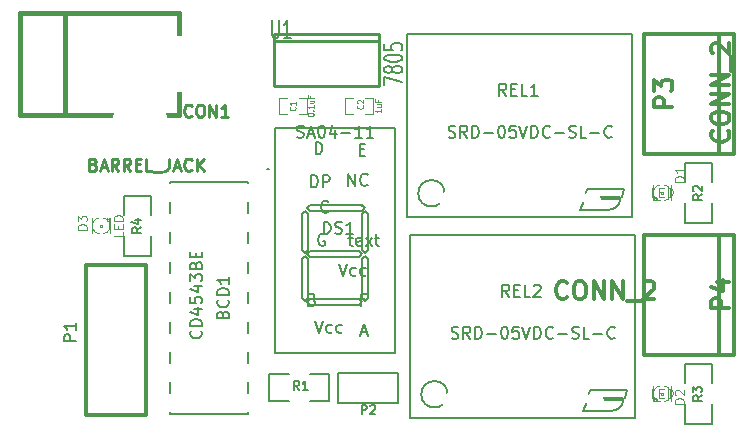
<source format=gto>
G04 (created by PCBNEW (2013-may-18)-stable) date lun 04 jui 2016 15:07:43 CEST*
%MOIN*%
G04 Gerber Fmt 3.4, Leading zero omitted, Abs format*
%FSLAX34Y34*%
G01*
G70*
G90*
G04 APERTURE LIST*
%ADD10C,0.00590551*%
%ADD11C,0.012*%
%ADD12C,0.006*%
%ADD13C,0.01*%
%ADD14C,0.015*%
%ADD15C,0.005*%
%ADD16C,0.0026*%
%ADD17C,0.004*%
%ADD18C,0.0047*%
%ADD19C,0.008*%
%ADD20C,0.0035*%
%ADD21C,0.0045*%
%ADD22C,0.0590551*%
%ADD23R,0.1X0.1*%
%ADD24C,0.1*%
%ADD25R,0.06X0.06*%
%ADD26C,0.06*%
%ADD27C,0.07*%
%ADD28R,0.07X0.07*%
%ADD29C,0.189*%
%ADD30R,0.189X0.189*%
%ADD31R,0.08X0.06*%
%ADD32R,0.0709X0.0629*%
%ADD33R,0.06X0.08*%
%ADD34R,0.025X0.045*%
G04 APERTURE END LIST*
G54D10*
X19300Y-19325D02*
X16700Y-19325D01*
X16700Y-19325D02*
X16700Y-27075D01*
X16700Y-27075D02*
X19300Y-27075D01*
X19300Y-27075D02*
X19300Y-19350D01*
G54D11*
X35000Y-21100D02*
X35000Y-25100D01*
X35500Y-21100D02*
X32500Y-21100D01*
X32500Y-21100D02*
X32500Y-25100D01*
X32500Y-25100D02*
X35500Y-25100D01*
X35500Y-25100D02*
X35500Y-21100D01*
X13900Y-27100D02*
X13900Y-22100D01*
X13900Y-22100D02*
X15900Y-22100D01*
X15900Y-22100D02*
X15900Y-27100D01*
X15900Y-27100D02*
X13900Y-27100D01*
X35000Y-14400D02*
X35000Y-18400D01*
X35500Y-14400D02*
X32500Y-14400D01*
X32500Y-14400D02*
X32500Y-18400D01*
X32500Y-18400D02*
X35500Y-18400D01*
X35500Y-18400D02*
X35500Y-14400D01*
G54D10*
X23200Y-21800D02*
X23100Y-21900D01*
X23100Y-21900D02*
X23100Y-23200D01*
X23100Y-23200D02*
X23200Y-23300D01*
X23200Y-23300D02*
X23300Y-23200D01*
X23300Y-23200D02*
X23300Y-21900D01*
X23300Y-21900D02*
X23200Y-21800D01*
X21250Y-23350D02*
X21350Y-23250D01*
X21350Y-23250D02*
X23000Y-23250D01*
X23000Y-23250D02*
X23100Y-23350D01*
X23100Y-23350D02*
X23000Y-23450D01*
X23000Y-23450D02*
X21350Y-23450D01*
X21350Y-23450D02*
X21250Y-23350D01*
X21200Y-21800D02*
X21300Y-21900D01*
X21300Y-21900D02*
X21300Y-23200D01*
X21300Y-23200D02*
X21200Y-23300D01*
X21200Y-23300D02*
X21100Y-23200D01*
X21100Y-23200D02*
X21100Y-21900D01*
X21100Y-21900D02*
X21200Y-21800D01*
X21200Y-21800D02*
X21200Y-21850D01*
X21250Y-21750D02*
X21350Y-21650D01*
X21350Y-21650D02*
X23000Y-21650D01*
X23000Y-21650D02*
X23100Y-21750D01*
X23100Y-21750D02*
X23000Y-21850D01*
X23000Y-21850D02*
X21350Y-21850D01*
X21350Y-21850D02*
X21250Y-21750D01*
X21200Y-20300D02*
X21300Y-20400D01*
X21300Y-20400D02*
X21300Y-21600D01*
X21300Y-21600D02*
X21200Y-21700D01*
X21200Y-21700D02*
X21100Y-21600D01*
X21100Y-21600D02*
X21100Y-20400D01*
X21100Y-20400D02*
X21200Y-20300D01*
X23100Y-20400D02*
X23100Y-21600D01*
X23100Y-21600D02*
X23200Y-21700D01*
X23200Y-21700D02*
X23300Y-21600D01*
X23300Y-21600D02*
X23300Y-20400D01*
X23300Y-20400D02*
X23200Y-20300D01*
X23200Y-20300D02*
X23100Y-20400D01*
X23100Y-20100D02*
X23200Y-20200D01*
X23200Y-20200D02*
X23100Y-20300D01*
X23100Y-20300D02*
X21350Y-20300D01*
X21350Y-20300D02*
X21250Y-20200D01*
X21250Y-20200D02*
X21350Y-20100D01*
X21350Y-20100D02*
X23100Y-20100D01*
X23100Y-20100D02*
X23100Y-20150D01*
X24200Y-17550D02*
X20200Y-17550D01*
X20200Y-17550D02*
X20200Y-25050D01*
X20200Y-25050D02*
X24200Y-25050D01*
X24200Y-17550D02*
X24200Y-25050D01*
X19995Y-18898D02*
X19916Y-18898D01*
G54D12*
X24300Y-25700D02*
X24300Y-26700D01*
X24300Y-26700D02*
X22300Y-26700D01*
X22300Y-26700D02*
X22300Y-25700D01*
X22300Y-25700D02*
X24300Y-25700D01*
G54D13*
X20150Y-14650D02*
X20150Y-14400D01*
X20150Y-14400D02*
X23650Y-14400D01*
X23650Y-14400D02*
X23650Y-14650D01*
X20150Y-16150D02*
X20150Y-14650D01*
X20150Y-14650D02*
X23650Y-14650D01*
X23650Y-14650D02*
X23650Y-16150D01*
X23650Y-16150D02*
X20150Y-16150D01*
G54D14*
X12000Y-13700D02*
X11700Y-13700D01*
X11700Y-13700D02*
X11700Y-17100D01*
X11700Y-17100D02*
X12000Y-17100D01*
X13200Y-13700D02*
X13200Y-17100D01*
X17000Y-13700D02*
X17000Y-17100D01*
X12000Y-17100D02*
X17000Y-17100D01*
X12000Y-13700D02*
X17000Y-13700D01*
G54D15*
X33850Y-20700D02*
X34750Y-20700D01*
X34750Y-20700D02*
X34750Y-20050D01*
X33850Y-19350D02*
X33850Y-18700D01*
X33850Y-18700D02*
X34750Y-18700D01*
X34750Y-18700D02*
X34750Y-19350D01*
X33850Y-20050D02*
X33850Y-20700D01*
X33850Y-27400D02*
X34750Y-27400D01*
X34750Y-27400D02*
X34750Y-26750D01*
X33850Y-26050D02*
X33850Y-25400D01*
X33850Y-25400D02*
X34750Y-25400D01*
X34750Y-25400D02*
X34750Y-26050D01*
X33850Y-26750D02*
X33850Y-27400D01*
X16050Y-19800D02*
X15150Y-19800D01*
X15150Y-19800D02*
X15150Y-20450D01*
X16050Y-21150D02*
X16050Y-21800D01*
X16050Y-21800D02*
X15150Y-21800D01*
X15150Y-21800D02*
X15150Y-21150D01*
X16050Y-20450D02*
X16050Y-19800D01*
G54D16*
X33061Y-19661D02*
X33061Y-19739D01*
X33061Y-19739D02*
X33139Y-19739D01*
X33139Y-19661D02*
X33139Y-19739D01*
X33061Y-19661D02*
X33139Y-19661D01*
X32825Y-19877D02*
X32825Y-20014D01*
X32825Y-20014D02*
X32923Y-20014D01*
X32923Y-19877D02*
X32923Y-20014D01*
X32825Y-19877D02*
X32923Y-19877D01*
X32825Y-20014D02*
X32825Y-20054D01*
X32825Y-20054D02*
X33296Y-20054D01*
X33296Y-20014D02*
X33296Y-20054D01*
X32825Y-20014D02*
X33296Y-20014D01*
X33316Y-20014D02*
X33316Y-20054D01*
X33316Y-20054D02*
X33375Y-20054D01*
X33375Y-20014D02*
X33375Y-20054D01*
X33316Y-20014D02*
X33375Y-20014D01*
X32825Y-19346D02*
X32825Y-19386D01*
X32825Y-19386D02*
X33296Y-19386D01*
X33296Y-19346D02*
X33296Y-19386D01*
X32825Y-19346D02*
X33296Y-19346D01*
X33316Y-19346D02*
X33316Y-19386D01*
X33316Y-19386D02*
X33375Y-19386D01*
X33375Y-19346D02*
X33375Y-19386D01*
X33316Y-19346D02*
X33375Y-19346D01*
X32825Y-19877D02*
X32825Y-19936D01*
X32825Y-19936D02*
X32923Y-19936D01*
X32923Y-19877D02*
X32923Y-19936D01*
X32825Y-19877D02*
X32923Y-19877D01*
G54D17*
X32805Y-20310D02*
X32805Y-19090D01*
X32805Y-19090D02*
X33395Y-19090D01*
X33395Y-19090D02*
X33395Y-20310D01*
X33395Y-20310D02*
X32805Y-20310D01*
X32903Y-19484D02*
G75*
G03X32904Y-19916I196J-215D01*
G74*
G01*
X33296Y-19484D02*
G75*
G03X32904Y-19483I-196J-215D01*
G74*
G01*
X33296Y-19915D02*
G75*
G03X33295Y-19483I-196J215D01*
G74*
G01*
X32903Y-19915D02*
G75*
G03X33295Y-19916I196J215D01*
G74*
G01*
G54D16*
X33061Y-26361D02*
X33061Y-26439D01*
X33061Y-26439D02*
X33139Y-26439D01*
X33139Y-26361D02*
X33139Y-26439D01*
X33061Y-26361D02*
X33139Y-26361D01*
X32825Y-26577D02*
X32825Y-26714D01*
X32825Y-26714D02*
X32923Y-26714D01*
X32923Y-26577D02*
X32923Y-26714D01*
X32825Y-26577D02*
X32923Y-26577D01*
X32825Y-26714D02*
X32825Y-26754D01*
X32825Y-26754D02*
X33296Y-26754D01*
X33296Y-26714D02*
X33296Y-26754D01*
X32825Y-26714D02*
X33296Y-26714D01*
X33316Y-26714D02*
X33316Y-26754D01*
X33316Y-26754D02*
X33375Y-26754D01*
X33375Y-26714D02*
X33375Y-26754D01*
X33316Y-26714D02*
X33375Y-26714D01*
X32825Y-26046D02*
X32825Y-26086D01*
X32825Y-26086D02*
X33296Y-26086D01*
X33296Y-26046D02*
X33296Y-26086D01*
X32825Y-26046D02*
X33296Y-26046D01*
X33316Y-26046D02*
X33316Y-26086D01*
X33316Y-26086D02*
X33375Y-26086D01*
X33375Y-26046D02*
X33375Y-26086D01*
X33316Y-26046D02*
X33375Y-26046D01*
X32825Y-26577D02*
X32825Y-26636D01*
X32825Y-26636D02*
X32923Y-26636D01*
X32923Y-26577D02*
X32923Y-26636D01*
X32825Y-26577D02*
X32923Y-26577D01*
G54D17*
X32805Y-27010D02*
X32805Y-25790D01*
X32805Y-25790D02*
X33395Y-25790D01*
X33395Y-25790D02*
X33395Y-27010D01*
X33395Y-27010D02*
X32805Y-27010D01*
X32903Y-26184D02*
G75*
G03X32904Y-26616I196J-215D01*
G74*
G01*
X33296Y-26184D02*
G75*
G03X32904Y-26183I-196J-215D01*
G74*
G01*
X33296Y-26615D02*
G75*
G03X33295Y-26183I-196J215D01*
G74*
G01*
X32903Y-26615D02*
G75*
G03X33295Y-26616I196J215D01*
G74*
G01*
G54D16*
X14439Y-20839D02*
X14439Y-20761D01*
X14439Y-20761D02*
X14361Y-20761D01*
X14361Y-20839D02*
X14361Y-20761D01*
X14439Y-20839D02*
X14361Y-20839D01*
X14675Y-20623D02*
X14675Y-20486D01*
X14675Y-20486D02*
X14577Y-20486D01*
X14577Y-20623D02*
X14577Y-20486D01*
X14675Y-20623D02*
X14577Y-20623D01*
X14675Y-20486D02*
X14675Y-20446D01*
X14675Y-20446D02*
X14204Y-20446D01*
X14204Y-20486D02*
X14204Y-20446D01*
X14675Y-20486D02*
X14204Y-20486D01*
X14184Y-20486D02*
X14184Y-20446D01*
X14184Y-20446D02*
X14125Y-20446D01*
X14125Y-20486D02*
X14125Y-20446D01*
X14184Y-20486D02*
X14125Y-20486D01*
X14675Y-21154D02*
X14675Y-21114D01*
X14675Y-21114D02*
X14204Y-21114D01*
X14204Y-21154D02*
X14204Y-21114D01*
X14675Y-21154D02*
X14204Y-21154D01*
X14184Y-21154D02*
X14184Y-21114D01*
X14184Y-21114D02*
X14125Y-21114D01*
X14125Y-21154D02*
X14125Y-21114D01*
X14184Y-21154D02*
X14125Y-21154D01*
X14675Y-20623D02*
X14675Y-20564D01*
X14675Y-20564D02*
X14577Y-20564D01*
X14577Y-20623D02*
X14577Y-20564D01*
X14675Y-20623D02*
X14577Y-20623D01*
G54D17*
X14695Y-20190D02*
X14695Y-21410D01*
X14695Y-21410D02*
X14105Y-21410D01*
X14105Y-21410D02*
X14105Y-20190D01*
X14105Y-20190D02*
X14695Y-20190D01*
X14596Y-21015D02*
G75*
G03X14595Y-20583I-196J215D01*
G74*
G01*
X14203Y-21015D02*
G75*
G03X14595Y-21016I196J215D01*
G74*
G01*
X14203Y-20584D02*
G75*
G03X14204Y-21016I196J-215D01*
G74*
G01*
X14596Y-20584D02*
G75*
G03X14204Y-20583I-196J-215D01*
G74*
G01*
G54D15*
X20000Y-25750D02*
X20000Y-26650D01*
X20000Y-26650D02*
X20650Y-26650D01*
X21350Y-25750D02*
X22000Y-25750D01*
X22000Y-25750D02*
X22000Y-26650D01*
X22000Y-26650D02*
X21350Y-26650D01*
X20650Y-25750D02*
X20000Y-25750D01*
G54D18*
X20997Y-17056D02*
X21272Y-17056D01*
X20603Y-17056D02*
X20328Y-17056D01*
X20997Y-16544D02*
X21272Y-16544D01*
X20328Y-16544D02*
X20603Y-16544D01*
X21272Y-16550D02*
X21272Y-17050D01*
X20328Y-17050D02*
X20328Y-16550D01*
X22803Y-16544D02*
X22528Y-16544D01*
X23197Y-16544D02*
X23472Y-16544D01*
X22803Y-17056D02*
X22528Y-17056D01*
X23472Y-17056D02*
X23197Y-17056D01*
X22528Y-17050D02*
X22528Y-16550D01*
X23472Y-16550D02*
X23472Y-17050D01*
G54D10*
X31824Y-19555D02*
X30603Y-19555D01*
X30603Y-19555D02*
X30525Y-19830D01*
X30525Y-19830D02*
X31706Y-19830D01*
X30643Y-19909D02*
X30800Y-19909D01*
X30367Y-20263D02*
X30525Y-19909D01*
X30525Y-19909D02*
X30682Y-19909D01*
X31745Y-19830D02*
X31824Y-19555D01*
X31155Y-20263D02*
X31312Y-20263D01*
X31233Y-20263D02*
X30485Y-20263D01*
X30485Y-20263D02*
X30367Y-20263D01*
X31706Y-19909D02*
X30722Y-19909D01*
X31273Y-20263D02*
G75*
G03X31706Y-19909I39J393D01*
G74*
G01*
X25847Y-19712D02*
G75*
G03X25847Y-19712I-440J0D01*
G74*
G01*
X32100Y-20500D02*
X24580Y-20500D01*
X24580Y-20500D02*
X24580Y-14397D01*
X24580Y-14397D02*
X32100Y-14397D01*
X32100Y-14397D02*
X32100Y-20500D01*
X31924Y-26255D02*
X30703Y-26255D01*
X30703Y-26255D02*
X30625Y-26530D01*
X30625Y-26530D02*
X31806Y-26530D01*
X30743Y-26609D02*
X30900Y-26609D01*
X30467Y-26963D02*
X30625Y-26609D01*
X30625Y-26609D02*
X30782Y-26609D01*
X31845Y-26530D02*
X31924Y-26255D01*
X31255Y-26963D02*
X31412Y-26963D01*
X31333Y-26963D02*
X30585Y-26963D01*
X30585Y-26963D02*
X30467Y-26963D01*
X31806Y-26609D02*
X30822Y-26609D01*
X31373Y-26963D02*
G75*
G03X31806Y-26609I39J393D01*
G74*
G01*
X25947Y-26412D02*
G75*
G03X25947Y-26412I-440J0D01*
G74*
G01*
X32200Y-27200D02*
X24680Y-27200D01*
X24680Y-27200D02*
X24680Y-21097D01*
X24680Y-21097D02*
X32200Y-21097D01*
X32200Y-21097D02*
X32200Y-27200D01*
X18453Y-23753D02*
X18471Y-23696D01*
X18490Y-23678D01*
X18528Y-23659D01*
X18584Y-23659D01*
X18621Y-23678D01*
X18640Y-23696D01*
X18659Y-23734D01*
X18659Y-23884D01*
X18265Y-23884D01*
X18265Y-23753D01*
X18284Y-23715D01*
X18303Y-23696D01*
X18340Y-23678D01*
X18378Y-23678D01*
X18415Y-23696D01*
X18434Y-23715D01*
X18453Y-23753D01*
X18453Y-23884D01*
X18621Y-23265D02*
X18640Y-23284D01*
X18659Y-23340D01*
X18659Y-23378D01*
X18640Y-23434D01*
X18603Y-23471D01*
X18565Y-23490D01*
X18490Y-23509D01*
X18434Y-23509D01*
X18359Y-23490D01*
X18321Y-23471D01*
X18284Y-23434D01*
X18265Y-23378D01*
X18265Y-23340D01*
X18284Y-23284D01*
X18303Y-23265D01*
X18659Y-23096D02*
X18265Y-23096D01*
X18265Y-23003D01*
X18284Y-22946D01*
X18321Y-22909D01*
X18359Y-22890D01*
X18434Y-22871D01*
X18490Y-22871D01*
X18565Y-22890D01*
X18603Y-22909D01*
X18640Y-22946D01*
X18659Y-23003D01*
X18659Y-23096D01*
X18659Y-22496D02*
X18659Y-22721D01*
X18659Y-22609D02*
X18265Y-22609D01*
X18321Y-22646D01*
X18359Y-22684D01*
X18378Y-22721D01*
X17721Y-24299D02*
X17740Y-24318D01*
X17759Y-24374D01*
X17759Y-24412D01*
X17740Y-24468D01*
X17703Y-24506D01*
X17665Y-24524D01*
X17590Y-24543D01*
X17534Y-24543D01*
X17459Y-24524D01*
X17421Y-24506D01*
X17384Y-24468D01*
X17365Y-24412D01*
X17365Y-24374D01*
X17384Y-24318D01*
X17403Y-24299D01*
X17759Y-24131D02*
X17365Y-24131D01*
X17365Y-24037D01*
X17384Y-23981D01*
X17421Y-23943D01*
X17459Y-23924D01*
X17534Y-23906D01*
X17590Y-23906D01*
X17665Y-23924D01*
X17703Y-23943D01*
X17740Y-23981D01*
X17759Y-24037D01*
X17759Y-24131D01*
X17496Y-23568D02*
X17759Y-23568D01*
X17346Y-23662D02*
X17628Y-23756D01*
X17628Y-23512D01*
X17365Y-23174D02*
X17365Y-23362D01*
X17553Y-23381D01*
X17534Y-23362D01*
X17515Y-23324D01*
X17515Y-23231D01*
X17534Y-23193D01*
X17553Y-23174D01*
X17590Y-23156D01*
X17684Y-23156D01*
X17721Y-23174D01*
X17740Y-23193D01*
X17759Y-23231D01*
X17759Y-23324D01*
X17740Y-23362D01*
X17721Y-23381D01*
X17496Y-22818D02*
X17759Y-22818D01*
X17346Y-22912D02*
X17628Y-23006D01*
X17628Y-22762D01*
X17365Y-22650D02*
X17365Y-22406D01*
X17515Y-22537D01*
X17515Y-22481D01*
X17534Y-22443D01*
X17553Y-22425D01*
X17590Y-22406D01*
X17684Y-22406D01*
X17721Y-22425D01*
X17740Y-22443D01*
X17759Y-22481D01*
X17759Y-22593D01*
X17740Y-22631D01*
X17721Y-22650D01*
X17553Y-22106D02*
X17571Y-22050D01*
X17590Y-22031D01*
X17628Y-22012D01*
X17684Y-22012D01*
X17721Y-22031D01*
X17740Y-22050D01*
X17759Y-22087D01*
X17759Y-22237D01*
X17365Y-22237D01*
X17365Y-22106D01*
X17384Y-22068D01*
X17403Y-22050D01*
X17440Y-22031D01*
X17478Y-22031D01*
X17515Y-22050D01*
X17534Y-22068D01*
X17553Y-22106D01*
X17553Y-22237D01*
X17553Y-21843D02*
X17553Y-21712D01*
X17759Y-21656D02*
X17759Y-21843D01*
X17365Y-21843D01*
X17365Y-21656D01*
G54D11*
X35342Y-23542D02*
X34742Y-23542D01*
X34742Y-23314D01*
X34771Y-23257D01*
X34800Y-23228D01*
X34857Y-23200D01*
X34942Y-23200D01*
X35000Y-23228D01*
X35028Y-23257D01*
X35057Y-23314D01*
X35057Y-23542D01*
X34942Y-22685D02*
X35342Y-22685D01*
X34714Y-22828D02*
X35142Y-22971D01*
X35142Y-22600D01*
X29928Y-23185D02*
X29900Y-23214D01*
X29814Y-23242D01*
X29757Y-23242D01*
X29671Y-23214D01*
X29614Y-23157D01*
X29585Y-23100D01*
X29557Y-22985D01*
X29557Y-22900D01*
X29585Y-22785D01*
X29614Y-22728D01*
X29671Y-22671D01*
X29757Y-22642D01*
X29814Y-22642D01*
X29900Y-22671D01*
X29928Y-22700D01*
X30300Y-22642D02*
X30414Y-22642D01*
X30471Y-22671D01*
X30528Y-22728D01*
X30557Y-22842D01*
X30557Y-23042D01*
X30528Y-23157D01*
X30471Y-23214D01*
X30414Y-23242D01*
X30300Y-23242D01*
X30242Y-23214D01*
X30185Y-23157D01*
X30157Y-23042D01*
X30157Y-22842D01*
X30185Y-22728D01*
X30242Y-22671D01*
X30300Y-22642D01*
X30814Y-23242D02*
X30814Y-22642D01*
X31157Y-23242D01*
X31157Y-22642D01*
X31442Y-23242D02*
X31442Y-22642D01*
X31785Y-23242D01*
X31785Y-22642D01*
X31928Y-23300D02*
X32385Y-23300D01*
X32500Y-22700D02*
X32528Y-22671D01*
X32585Y-22642D01*
X32728Y-22642D01*
X32785Y-22671D01*
X32814Y-22700D01*
X32842Y-22757D01*
X32842Y-22814D01*
X32814Y-22900D01*
X32471Y-23242D01*
X32842Y-23242D01*
G54D19*
X13561Y-24645D02*
X13161Y-24645D01*
X13161Y-24492D01*
X13180Y-24454D01*
X13200Y-24435D01*
X13238Y-24416D01*
X13295Y-24416D01*
X13333Y-24435D01*
X13352Y-24454D01*
X13371Y-24492D01*
X13371Y-24645D01*
X13561Y-24035D02*
X13561Y-24264D01*
X13561Y-24149D02*
X13161Y-24149D01*
X13219Y-24188D01*
X13257Y-24226D01*
X13276Y-24264D01*
G54D11*
X33442Y-16842D02*
X32842Y-16842D01*
X32842Y-16614D01*
X32871Y-16557D01*
X32900Y-16528D01*
X32957Y-16500D01*
X33042Y-16500D01*
X33100Y-16528D01*
X33128Y-16557D01*
X33157Y-16614D01*
X33157Y-16842D01*
X32842Y-16300D02*
X32842Y-15928D01*
X33071Y-16128D01*
X33071Y-16042D01*
X33100Y-15985D01*
X33128Y-15957D01*
X33185Y-15928D01*
X33328Y-15928D01*
X33385Y-15957D01*
X33414Y-15985D01*
X33442Y-16042D01*
X33442Y-16214D01*
X33414Y-16271D01*
X33385Y-16300D01*
X35285Y-17621D02*
X35314Y-17649D01*
X35342Y-17735D01*
X35342Y-17792D01*
X35314Y-17878D01*
X35257Y-17935D01*
X35200Y-17964D01*
X35085Y-17992D01*
X35000Y-17992D01*
X34885Y-17964D01*
X34828Y-17935D01*
X34771Y-17878D01*
X34742Y-17792D01*
X34742Y-17735D01*
X34771Y-17649D01*
X34800Y-17621D01*
X34742Y-17249D02*
X34742Y-17135D01*
X34771Y-17078D01*
X34828Y-17021D01*
X34942Y-16992D01*
X35142Y-16992D01*
X35257Y-17021D01*
X35314Y-17078D01*
X35342Y-17135D01*
X35342Y-17249D01*
X35314Y-17307D01*
X35257Y-17364D01*
X35142Y-17392D01*
X34942Y-17392D01*
X34828Y-17364D01*
X34771Y-17307D01*
X34742Y-17249D01*
X35342Y-16735D02*
X34742Y-16735D01*
X35342Y-16392D01*
X34742Y-16392D01*
X35342Y-16107D02*
X34742Y-16107D01*
X35342Y-15764D01*
X34742Y-15764D01*
X35400Y-15621D02*
X35400Y-15164D01*
X34800Y-15050D02*
X34771Y-15021D01*
X34742Y-14964D01*
X34742Y-14821D01*
X34771Y-14764D01*
X34800Y-14735D01*
X34857Y-14707D01*
X34914Y-14707D01*
X35000Y-14735D01*
X35342Y-15078D01*
X35342Y-14707D01*
G54D10*
X21821Y-21059D02*
X21821Y-20665D01*
X21915Y-20665D01*
X21971Y-20684D01*
X22009Y-20721D01*
X22028Y-20759D01*
X22046Y-20834D01*
X22046Y-20890D01*
X22028Y-20965D01*
X22009Y-21003D01*
X21971Y-21040D01*
X21915Y-21059D01*
X21821Y-21059D01*
X22196Y-21040D02*
X22253Y-21059D01*
X22346Y-21059D01*
X22384Y-21040D01*
X22403Y-21021D01*
X22421Y-20984D01*
X22421Y-20946D01*
X22403Y-20909D01*
X22384Y-20890D01*
X22346Y-20871D01*
X22271Y-20853D01*
X22234Y-20834D01*
X22215Y-20815D01*
X22196Y-20778D01*
X22196Y-20740D01*
X22215Y-20703D01*
X22234Y-20684D01*
X22271Y-20665D01*
X22365Y-20665D01*
X22421Y-20684D01*
X22796Y-21059D02*
X22571Y-21059D01*
X22684Y-21059D02*
X22684Y-20665D01*
X22646Y-20721D01*
X22609Y-20759D01*
X22571Y-20778D01*
X20925Y-17840D02*
X20981Y-17859D01*
X21075Y-17859D01*
X21112Y-17840D01*
X21131Y-17821D01*
X21150Y-17784D01*
X21150Y-17746D01*
X21131Y-17709D01*
X21112Y-17690D01*
X21075Y-17671D01*
X21000Y-17653D01*
X20962Y-17634D01*
X20943Y-17615D01*
X20925Y-17578D01*
X20925Y-17540D01*
X20943Y-17503D01*
X20962Y-17484D01*
X21000Y-17465D01*
X21093Y-17465D01*
X21150Y-17484D01*
X21300Y-17746D02*
X21487Y-17746D01*
X21262Y-17859D02*
X21393Y-17465D01*
X21525Y-17859D01*
X21731Y-17465D02*
X21768Y-17465D01*
X21806Y-17484D01*
X21825Y-17503D01*
X21843Y-17540D01*
X21862Y-17615D01*
X21862Y-17709D01*
X21843Y-17784D01*
X21825Y-17821D01*
X21806Y-17840D01*
X21768Y-17859D01*
X21731Y-17859D01*
X21693Y-17840D01*
X21675Y-17821D01*
X21656Y-17784D01*
X21637Y-17709D01*
X21637Y-17615D01*
X21656Y-17540D01*
X21675Y-17503D01*
X21693Y-17484D01*
X21731Y-17465D01*
X22200Y-17596D02*
X22200Y-17859D01*
X22106Y-17446D02*
X22012Y-17728D01*
X22256Y-17728D01*
X22406Y-17709D02*
X22706Y-17709D01*
X23099Y-17859D02*
X22874Y-17859D01*
X22987Y-17859D02*
X22987Y-17465D01*
X22949Y-17521D01*
X22912Y-17559D01*
X22874Y-17578D01*
X23474Y-17859D02*
X23249Y-17859D01*
X23362Y-17859D02*
X23362Y-17465D01*
X23324Y-17521D01*
X23287Y-17559D01*
X23249Y-17578D01*
X21531Y-23965D02*
X21662Y-24359D01*
X21793Y-23965D01*
X22093Y-24340D02*
X22056Y-24359D01*
X21981Y-24359D01*
X21943Y-24340D01*
X21925Y-24321D01*
X21906Y-24284D01*
X21906Y-24171D01*
X21925Y-24134D01*
X21943Y-24115D01*
X21981Y-24096D01*
X22056Y-24096D01*
X22093Y-24115D01*
X22431Y-24340D02*
X22393Y-24359D01*
X22318Y-24359D01*
X22281Y-24340D01*
X22262Y-24321D01*
X22243Y-24284D01*
X22243Y-24171D01*
X22262Y-24134D01*
X22281Y-24115D01*
X22318Y-24096D01*
X22393Y-24096D01*
X22431Y-24115D01*
X21428Y-23253D02*
X21484Y-23271D01*
X21503Y-23290D01*
X21521Y-23328D01*
X21521Y-23384D01*
X21503Y-23421D01*
X21484Y-23440D01*
X21446Y-23459D01*
X21296Y-23459D01*
X21296Y-23065D01*
X21428Y-23065D01*
X21465Y-23084D01*
X21484Y-23103D01*
X21503Y-23140D01*
X21503Y-23178D01*
X21484Y-23215D01*
X21465Y-23234D01*
X21428Y-23253D01*
X21296Y-23253D01*
X21853Y-21084D02*
X21815Y-21065D01*
X21759Y-21065D01*
X21703Y-21084D01*
X21665Y-21121D01*
X21646Y-21159D01*
X21628Y-21234D01*
X21628Y-21290D01*
X21646Y-21365D01*
X21665Y-21403D01*
X21703Y-21440D01*
X21759Y-21459D01*
X21796Y-21459D01*
X21853Y-21440D01*
X21871Y-21421D01*
X21871Y-21290D01*
X21796Y-21290D01*
X21971Y-20321D02*
X21953Y-20340D01*
X21896Y-20359D01*
X21859Y-20359D01*
X21803Y-20340D01*
X21765Y-20303D01*
X21746Y-20265D01*
X21728Y-20190D01*
X21728Y-20134D01*
X21746Y-20059D01*
X21765Y-20021D01*
X21803Y-19984D01*
X21859Y-19965D01*
X21896Y-19965D01*
X21953Y-19984D01*
X21971Y-20003D01*
X21400Y-19509D02*
X21400Y-19115D01*
X21493Y-19115D01*
X21550Y-19134D01*
X21587Y-19171D01*
X21606Y-19209D01*
X21625Y-19284D01*
X21625Y-19340D01*
X21606Y-19415D01*
X21587Y-19453D01*
X21550Y-19490D01*
X21493Y-19509D01*
X21400Y-19509D01*
X21793Y-19509D02*
X21793Y-19115D01*
X21943Y-19115D01*
X21981Y-19134D01*
X21999Y-19153D01*
X22018Y-19190D01*
X22018Y-19246D01*
X21999Y-19284D01*
X21981Y-19303D01*
X21943Y-19321D01*
X21793Y-19321D01*
X21546Y-18409D02*
X21546Y-18015D01*
X21640Y-18015D01*
X21696Y-18034D01*
X21734Y-18071D01*
X21753Y-18109D01*
X21771Y-18184D01*
X21771Y-18240D01*
X21753Y-18315D01*
X21734Y-18353D01*
X21696Y-18390D01*
X21640Y-18409D01*
X21546Y-18409D01*
X23015Y-18253D02*
X23146Y-18253D01*
X23203Y-18459D02*
X23015Y-18459D01*
X23015Y-18065D01*
X23203Y-18065D01*
X22640Y-19459D02*
X22640Y-19065D01*
X22865Y-19459D01*
X22865Y-19065D01*
X23278Y-19421D02*
X23259Y-19440D01*
X23203Y-19459D01*
X23165Y-19459D01*
X23109Y-19440D01*
X23071Y-19403D01*
X23053Y-19365D01*
X23034Y-19290D01*
X23034Y-19234D01*
X23053Y-19159D01*
X23071Y-19121D01*
X23109Y-19084D01*
X23165Y-19065D01*
X23203Y-19065D01*
X23259Y-19084D01*
X23278Y-19103D01*
X22634Y-21196D02*
X22784Y-21196D01*
X22690Y-21065D02*
X22690Y-21403D01*
X22709Y-21440D01*
X22746Y-21459D01*
X22784Y-21459D01*
X23065Y-21440D02*
X23028Y-21459D01*
X22953Y-21459D01*
X22915Y-21440D01*
X22896Y-21403D01*
X22896Y-21253D01*
X22915Y-21215D01*
X22953Y-21196D01*
X23028Y-21196D01*
X23065Y-21215D01*
X23084Y-21253D01*
X23084Y-21290D01*
X22896Y-21328D01*
X23215Y-21459D02*
X23421Y-21196D01*
X23215Y-21196D02*
X23421Y-21459D01*
X23515Y-21196D02*
X23665Y-21196D01*
X23571Y-21065D02*
X23571Y-21403D01*
X23590Y-21440D01*
X23628Y-21459D01*
X23665Y-21459D01*
X22331Y-22065D02*
X22462Y-22459D01*
X22593Y-22065D01*
X22893Y-22440D02*
X22856Y-22459D01*
X22781Y-22459D01*
X22743Y-22440D01*
X22725Y-22421D01*
X22706Y-22384D01*
X22706Y-22271D01*
X22725Y-22234D01*
X22743Y-22215D01*
X22781Y-22196D01*
X22856Y-22196D01*
X22893Y-22215D01*
X23231Y-22440D02*
X23193Y-22459D01*
X23118Y-22459D01*
X23081Y-22440D01*
X23062Y-22421D01*
X23043Y-22384D01*
X23043Y-22271D01*
X23062Y-22234D01*
X23081Y-22215D01*
X23118Y-22196D01*
X23193Y-22196D01*
X23231Y-22215D01*
X23206Y-23253D02*
X23075Y-23253D01*
X23075Y-23459D02*
X23075Y-23065D01*
X23262Y-23065D01*
X23056Y-24346D02*
X23243Y-24346D01*
X23018Y-24459D02*
X23150Y-24065D01*
X23281Y-24459D01*
G54D12*
X23078Y-27071D02*
X23078Y-26771D01*
X23192Y-26771D01*
X23221Y-26785D01*
X23235Y-26800D01*
X23250Y-26828D01*
X23250Y-26871D01*
X23235Y-26900D01*
X23221Y-26914D01*
X23192Y-26928D01*
X23078Y-26928D01*
X23364Y-26800D02*
X23378Y-26785D01*
X23407Y-26771D01*
X23478Y-26771D01*
X23507Y-26785D01*
X23521Y-26800D01*
X23535Y-26828D01*
X23535Y-26857D01*
X23521Y-26900D01*
X23350Y-27071D01*
X23535Y-27071D01*
G54D19*
X20095Y-13942D02*
X20095Y-14428D01*
X20114Y-14485D01*
X20133Y-14514D01*
X20171Y-14542D01*
X20247Y-14542D01*
X20285Y-14514D01*
X20304Y-14485D01*
X20323Y-14428D01*
X20323Y-13942D01*
X20723Y-14542D02*
X20495Y-14542D01*
X20609Y-14542D02*
X20609Y-13942D01*
X20571Y-14028D01*
X20533Y-14085D01*
X20495Y-14114D01*
X23842Y-16104D02*
X23842Y-15838D01*
X24442Y-16009D01*
X24100Y-15628D02*
X24071Y-15666D01*
X24042Y-15685D01*
X23985Y-15704D01*
X23957Y-15704D01*
X23900Y-15685D01*
X23871Y-15666D01*
X23842Y-15628D01*
X23842Y-15552D01*
X23871Y-15514D01*
X23900Y-15495D01*
X23957Y-15476D01*
X23985Y-15476D01*
X24042Y-15495D01*
X24071Y-15514D01*
X24100Y-15552D01*
X24100Y-15628D01*
X24128Y-15666D01*
X24157Y-15685D01*
X24214Y-15704D01*
X24328Y-15704D01*
X24385Y-15685D01*
X24414Y-15666D01*
X24442Y-15628D01*
X24442Y-15552D01*
X24414Y-15514D01*
X24385Y-15495D01*
X24328Y-15476D01*
X24214Y-15476D01*
X24157Y-15495D01*
X24128Y-15514D01*
X24100Y-15552D01*
X23842Y-15228D02*
X23842Y-15190D01*
X23871Y-15152D01*
X23900Y-15133D01*
X23957Y-15114D01*
X24071Y-15095D01*
X24214Y-15095D01*
X24328Y-15114D01*
X24385Y-15133D01*
X24414Y-15152D01*
X24442Y-15190D01*
X24442Y-15228D01*
X24414Y-15266D01*
X24385Y-15285D01*
X24328Y-15304D01*
X24214Y-15323D01*
X24071Y-15323D01*
X23957Y-15304D01*
X23900Y-15285D01*
X23871Y-15266D01*
X23842Y-15228D01*
X23842Y-14733D02*
X23842Y-14923D01*
X24128Y-14942D01*
X24100Y-14923D01*
X24071Y-14885D01*
X24071Y-14790D01*
X24100Y-14752D01*
X24128Y-14733D01*
X24185Y-14714D01*
X24328Y-14714D01*
X24385Y-14733D01*
X24414Y-14752D01*
X24442Y-14790D01*
X24442Y-14885D01*
X24414Y-14923D01*
X24385Y-14942D01*
G54D13*
X17414Y-17123D02*
X17395Y-17142D01*
X17338Y-17161D01*
X17300Y-17161D01*
X17242Y-17142D01*
X17204Y-17104D01*
X17185Y-17066D01*
X17166Y-16990D01*
X17166Y-16933D01*
X17185Y-16857D01*
X17204Y-16819D01*
X17242Y-16780D01*
X17300Y-16761D01*
X17338Y-16761D01*
X17395Y-16780D01*
X17414Y-16800D01*
X17661Y-16761D02*
X17738Y-16761D01*
X17776Y-16780D01*
X17814Y-16819D01*
X17833Y-16895D01*
X17833Y-17028D01*
X17814Y-17104D01*
X17776Y-17142D01*
X17738Y-17161D01*
X17661Y-17161D01*
X17623Y-17142D01*
X17585Y-17104D01*
X17566Y-17028D01*
X17566Y-16895D01*
X17585Y-16819D01*
X17623Y-16780D01*
X17661Y-16761D01*
X18004Y-17161D02*
X18004Y-16761D01*
X18233Y-17161D01*
X18233Y-16761D01*
X18633Y-17161D02*
X18404Y-17161D01*
X18519Y-17161D02*
X18519Y-16761D01*
X18480Y-16819D01*
X18442Y-16857D01*
X18404Y-16876D01*
X14138Y-18752D02*
X14195Y-18771D01*
X14214Y-18790D01*
X14233Y-18828D01*
X14233Y-18885D01*
X14214Y-18923D01*
X14195Y-18942D01*
X14157Y-18961D01*
X14004Y-18961D01*
X14004Y-18561D01*
X14138Y-18561D01*
X14176Y-18580D01*
X14195Y-18600D01*
X14214Y-18638D01*
X14214Y-18676D01*
X14195Y-18714D01*
X14176Y-18733D01*
X14138Y-18752D01*
X14004Y-18752D01*
X14385Y-18847D02*
X14576Y-18847D01*
X14347Y-18961D02*
X14480Y-18561D01*
X14614Y-18961D01*
X14976Y-18961D02*
X14842Y-18771D01*
X14747Y-18961D02*
X14747Y-18561D01*
X14900Y-18561D01*
X14938Y-18580D01*
X14957Y-18600D01*
X14976Y-18638D01*
X14976Y-18695D01*
X14957Y-18733D01*
X14938Y-18752D01*
X14900Y-18771D01*
X14747Y-18771D01*
X15376Y-18961D02*
X15242Y-18771D01*
X15147Y-18961D02*
X15147Y-18561D01*
X15300Y-18561D01*
X15338Y-18580D01*
X15357Y-18600D01*
X15376Y-18638D01*
X15376Y-18695D01*
X15357Y-18733D01*
X15338Y-18752D01*
X15300Y-18771D01*
X15147Y-18771D01*
X15547Y-18752D02*
X15680Y-18752D01*
X15738Y-18961D02*
X15547Y-18961D01*
X15547Y-18561D01*
X15738Y-18561D01*
X16100Y-18961D02*
X15909Y-18961D01*
X15909Y-18561D01*
X16138Y-19000D02*
X16442Y-19000D01*
X16652Y-18561D02*
X16652Y-18847D01*
X16633Y-18904D01*
X16595Y-18942D01*
X16538Y-18961D01*
X16500Y-18961D01*
X16823Y-18847D02*
X17014Y-18847D01*
X16785Y-18961D02*
X16919Y-18561D01*
X17052Y-18961D01*
X17414Y-18923D02*
X17395Y-18942D01*
X17338Y-18961D01*
X17299Y-18961D01*
X17242Y-18942D01*
X17204Y-18904D01*
X17185Y-18866D01*
X17166Y-18790D01*
X17166Y-18733D01*
X17185Y-18657D01*
X17204Y-18619D01*
X17242Y-18580D01*
X17299Y-18561D01*
X17338Y-18561D01*
X17395Y-18580D01*
X17414Y-18600D01*
X17585Y-18961D02*
X17585Y-18561D01*
X17814Y-18961D02*
X17642Y-18733D01*
X17814Y-18561D02*
X17585Y-18790D01*
G54D15*
X34421Y-19750D02*
X34278Y-19850D01*
X34421Y-19921D02*
X34121Y-19921D01*
X34121Y-19807D01*
X34135Y-19778D01*
X34150Y-19764D01*
X34178Y-19750D01*
X34221Y-19750D01*
X34250Y-19764D01*
X34264Y-19778D01*
X34278Y-19807D01*
X34278Y-19921D01*
X34150Y-19635D02*
X34135Y-19621D01*
X34121Y-19592D01*
X34121Y-19521D01*
X34135Y-19492D01*
X34150Y-19478D01*
X34178Y-19464D01*
X34207Y-19464D01*
X34250Y-19478D01*
X34421Y-19650D01*
X34421Y-19464D01*
X34421Y-26450D02*
X34278Y-26550D01*
X34421Y-26621D02*
X34121Y-26621D01*
X34121Y-26507D01*
X34135Y-26478D01*
X34150Y-26464D01*
X34178Y-26450D01*
X34221Y-26450D01*
X34250Y-26464D01*
X34264Y-26478D01*
X34278Y-26507D01*
X34278Y-26621D01*
X34121Y-26350D02*
X34121Y-26164D01*
X34235Y-26264D01*
X34235Y-26221D01*
X34250Y-26192D01*
X34264Y-26178D01*
X34292Y-26164D01*
X34364Y-26164D01*
X34392Y-26178D01*
X34407Y-26192D01*
X34421Y-26221D01*
X34421Y-26307D01*
X34407Y-26335D01*
X34392Y-26350D01*
X15721Y-20850D02*
X15578Y-20950D01*
X15721Y-21021D02*
X15421Y-21021D01*
X15421Y-20907D01*
X15435Y-20878D01*
X15450Y-20864D01*
X15478Y-20850D01*
X15521Y-20850D01*
X15550Y-20864D01*
X15564Y-20878D01*
X15578Y-20907D01*
X15578Y-21021D01*
X15521Y-20592D02*
X15721Y-20592D01*
X15407Y-20664D02*
X15621Y-20735D01*
X15621Y-20550D01*
G54D20*
X33821Y-19321D02*
X33521Y-19321D01*
X33521Y-19250D01*
X33535Y-19207D01*
X33564Y-19178D01*
X33592Y-19164D01*
X33650Y-19150D01*
X33692Y-19150D01*
X33750Y-19164D01*
X33778Y-19178D01*
X33807Y-19207D01*
X33821Y-19250D01*
X33821Y-19321D01*
X33821Y-18864D02*
X33821Y-19035D01*
X33821Y-18950D02*
X33521Y-18950D01*
X33564Y-18978D01*
X33592Y-19007D01*
X33607Y-19035D01*
X32907Y-19821D02*
X32764Y-19821D01*
X32764Y-19521D01*
X33007Y-19664D02*
X33107Y-19664D01*
X33150Y-19821D02*
X33007Y-19821D01*
X33007Y-19521D01*
X33150Y-19521D01*
X33278Y-19821D02*
X33278Y-19521D01*
X33350Y-19521D01*
X33392Y-19535D01*
X33421Y-19564D01*
X33435Y-19592D01*
X33450Y-19650D01*
X33450Y-19692D01*
X33435Y-19750D01*
X33421Y-19778D01*
X33392Y-19807D01*
X33350Y-19821D01*
X33278Y-19821D01*
X33821Y-26721D02*
X33521Y-26721D01*
X33521Y-26650D01*
X33535Y-26607D01*
X33564Y-26578D01*
X33592Y-26564D01*
X33650Y-26550D01*
X33692Y-26550D01*
X33750Y-26564D01*
X33778Y-26578D01*
X33807Y-26607D01*
X33821Y-26650D01*
X33821Y-26721D01*
X33550Y-26435D02*
X33535Y-26421D01*
X33521Y-26392D01*
X33521Y-26321D01*
X33535Y-26292D01*
X33550Y-26278D01*
X33578Y-26264D01*
X33607Y-26264D01*
X33650Y-26278D01*
X33821Y-26450D01*
X33821Y-26264D01*
X32907Y-26521D02*
X32764Y-26521D01*
X32764Y-26221D01*
X33007Y-26364D02*
X33107Y-26364D01*
X33150Y-26521D02*
X33007Y-26521D01*
X33007Y-26221D01*
X33150Y-26221D01*
X33278Y-26521D02*
X33278Y-26221D01*
X33350Y-26221D01*
X33392Y-26235D01*
X33421Y-26264D01*
X33435Y-26292D01*
X33450Y-26350D01*
X33450Y-26392D01*
X33435Y-26450D01*
X33421Y-26478D01*
X33392Y-26507D01*
X33350Y-26521D01*
X33278Y-26521D01*
X13921Y-20921D02*
X13621Y-20921D01*
X13621Y-20850D01*
X13635Y-20807D01*
X13664Y-20778D01*
X13692Y-20764D01*
X13750Y-20750D01*
X13792Y-20750D01*
X13850Y-20764D01*
X13878Y-20778D01*
X13907Y-20807D01*
X13921Y-20850D01*
X13921Y-20921D01*
X13621Y-20650D02*
X13621Y-20464D01*
X13735Y-20564D01*
X13735Y-20521D01*
X13750Y-20492D01*
X13764Y-20478D01*
X13792Y-20464D01*
X13864Y-20464D01*
X13892Y-20478D01*
X13907Y-20492D01*
X13921Y-20521D01*
X13921Y-20607D01*
X13907Y-20635D01*
X13892Y-20650D01*
X15121Y-20992D02*
X15121Y-21135D01*
X14821Y-21135D01*
X14964Y-20892D02*
X14964Y-20792D01*
X15121Y-20750D02*
X15121Y-20892D01*
X14821Y-20892D01*
X14821Y-20750D01*
X15121Y-20621D02*
X14821Y-20621D01*
X14821Y-20550D01*
X14835Y-20507D01*
X14864Y-20478D01*
X14892Y-20464D01*
X14950Y-20450D01*
X14992Y-20450D01*
X15050Y-20464D01*
X15078Y-20478D01*
X15107Y-20507D01*
X15121Y-20550D01*
X15121Y-20621D01*
G54D15*
X21000Y-26271D02*
X20900Y-26128D01*
X20828Y-26271D02*
X20828Y-25971D01*
X20942Y-25971D01*
X20971Y-25985D01*
X20985Y-26000D01*
X21000Y-26028D01*
X21000Y-26071D01*
X20985Y-26100D01*
X20971Y-26114D01*
X20942Y-26128D01*
X20828Y-26128D01*
X21285Y-26271D02*
X21114Y-26271D01*
X21200Y-26271D02*
X21200Y-25971D01*
X21171Y-26014D01*
X21142Y-26042D01*
X21114Y-26057D01*
G54D21*
X20861Y-16830D02*
X20871Y-16838D01*
X20880Y-16864D01*
X20880Y-16881D01*
X20871Y-16907D01*
X20852Y-16924D01*
X20833Y-16932D01*
X20795Y-16941D01*
X20766Y-16941D01*
X20728Y-16932D01*
X20709Y-16924D01*
X20690Y-16907D01*
X20680Y-16881D01*
X20680Y-16864D01*
X20690Y-16838D01*
X20700Y-16830D01*
X20880Y-16658D02*
X20880Y-16761D01*
X20880Y-16710D02*
X20680Y-16710D01*
X20709Y-16727D01*
X20728Y-16744D01*
X20738Y-16761D01*
X21280Y-17095D02*
X21280Y-17078D01*
X21290Y-17061D01*
X21300Y-17052D01*
X21319Y-17044D01*
X21357Y-17035D01*
X21404Y-17035D01*
X21442Y-17044D01*
X21461Y-17052D01*
X21471Y-17061D01*
X21480Y-17078D01*
X21480Y-17095D01*
X21471Y-17112D01*
X21461Y-17121D01*
X21442Y-17130D01*
X21404Y-17138D01*
X21357Y-17138D01*
X21319Y-17130D01*
X21300Y-17121D01*
X21290Y-17112D01*
X21280Y-17095D01*
X21461Y-16958D02*
X21471Y-16949D01*
X21480Y-16958D01*
X21471Y-16967D01*
X21461Y-16958D01*
X21480Y-16958D01*
X21480Y-16778D02*
X21480Y-16881D01*
X21480Y-16830D02*
X21280Y-16830D01*
X21309Y-16847D01*
X21328Y-16864D01*
X21338Y-16881D01*
X21347Y-16624D02*
X21480Y-16624D01*
X21347Y-16701D02*
X21452Y-16701D01*
X21471Y-16692D01*
X21480Y-16675D01*
X21480Y-16649D01*
X21471Y-16632D01*
X21461Y-16624D01*
X21376Y-16478D02*
X21376Y-16538D01*
X21480Y-16538D02*
X21280Y-16538D01*
X21280Y-16452D01*
X23111Y-16780D02*
X23121Y-16788D01*
X23130Y-16814D01*
X23130Y-16831D01*
X23121Y-16857D01*
X23102Y-16874D01*
X23083Y-16882D01*
X23045Y-16891D01*
X23016Y-16891D01*
X22978Y-16882D01*
X22959Y-16874D01*
X22940Y-16857D01*
X22930Y-16831D01*
X22930Y-16814D01*
X22940Y-16788D01*
X22950Y-16780D01*
X22950Y-16711D02*
X22940Y-16702D01*
X22930Y-16685D01*
X22930Y-16642D01*
X22940Y-16625D01*
X22950Y-16617D01*
X22969Y-16608D01*
X22988Y-16608D01*
X23016Y-16617D01*
X23130Y-16720D01*
X23130Y-16608D01*
X23730Y-16907D02*
X23730Y-17010D01*
X23730Y-16958D02*
X23530Y-16958D01*
X23559Y-16975D01*
X23578Y-16992D01*
X23588Y-17010D01*
X23597Y-16752D02*
X23730Y-16752D01*
X23597Y-16830D02*
X23702Y-16830D01*
X23721Y-16821D01*
X23730Y-16804D01*
X23730Y-16778D01*
X23721Y-16761D01*
X23711Y-16752D01*
X23626Y-16607D02*
X23626Y-16667D01*
X23730Y-16667D02*
X23530Y-16667D01*
X23530Y-16581D01*
G54D10*
X27896Y-16459D02*
X27765Y-16271D01*
X27671Y-16459D02*
X27671Y-16065D01*
X27821Y-16065D01*
X27859Y-16084D01*
X27878Y-16103D01*
X27896Y-16140D01*
X27896Y-16196D01*
X27878Y-16234D01*
X27859Y-16253D01*
X27821Y-16271D01*
X27671Y-16271D01*
X28065Y-16253D02*
X28196Y-16253D01*
X28253Y-16459D02*
X28065Y-16459D01*
X28065Y-16065D01*
X28253Y-16065D01*
X28609Y-16459D02*
X28421Y-16459D01*
X28421Y-16065D01*
X28946Y-16459D02*
X28721Y-16459D01*
X28834Y-16459D02*
X28834Y-16065D01*
X28796Y-16121D01*
X28759Y-16159D01*
X28721Y-16178D01*
X25981Y-17840D02*
X26037Y-17859D01*
X26131Y-17859D01*
X26169Y-17840D01*
X26187Y-17821D01*
X26206Y-17784D01*
X26206Y-17746D01*
X26187Y-17709D01*
X26169Y-17690D01*
X26131Y-17671D01*
X26056Y-17653D01*
X26019Y-17634D01*
X26000Y-17615D01*
X25981Y-17578D01*
X25981Y-17540D01*
X26000Y-17503D01*
X26019Y-17484D01*
X26056Y-17465D01*
X26150Y-17465D01*
X26206Y-17484D01*
X26600Y-17859D02*
X26469Y-17671D01*
X26375Y-17859D02*
X26375Y-17465D01*
X26525Y-17465D01*
X26562Y-17484D01*
X26581Y-17503D01*
X26600Y-17540D01*
X26600Y-17596D01*
X26581Y-17634D01*
X26562Y-17653D01*
X26525Y-17671D01*
X26375Y-17671D01*
X26768Y-17859D02*
X26768Y-17465D01*
X26862Y-17465D01*
X26918Y-17484D01*
X26956Y-17521D01*
X26975Y-17559D01*
X26993Y-17634D01*
X26993Y-17690D01*
X26975Y-17765D01*
X26956Y-17803D01*
X26918Y-17840D01*
X26862Y-17859D01*
X26768Y-17859D01*
X27162Y-17709D02*
X27462Y-17709D01*
X27725Y-17465D02*
X27762Y-17465D01*
X27800Y-17484D01*
X27818Y-17503D01*
X27837Y-17540D01*
X27856Y-17615D01*
X27856Y-17709D01*
X27837Y-17784D01*
X27818Y-17821D01*
X27800Y-17840D01*
X27762Y-17859D01*
X27725Y-17859D01*
X27687Y-17840D01*
X27668Y-17821D01*
X27650Y-17784D01*
X27631Y-17709D01*
X27631Y-17615D01*
X27650Y-17540D01*
X27668Y-17503D01*
X27687Y-17484D01*
X27725Y-17465D01*
X28212Y-17465D02*
X28025Y-17465D01*
X28006Y-17653D01*
X28025Y-17634D01*
X28062Y-17615D01*
X28156Y-17615D01*
X28193Y-17634D01*
X28212Y-17653D01*
X28231Y-17690D01*
X28231Y-17784D01*
X28212Y-17821D01*
X28193Y-17840D01*
X28156Y-17859D01*
X28062Y-17859D01*
X28025Y-17840D01*
X28006Y-17821D01*
X28343Y-17465D02*
X28475Y-17859D01*
X28606Y-17465D01*
X28737Y-17859D02*
X28737Y-17465D01*
X28831Y-17465D01*
X28887Y-17484D01*
X28924Y-17521D01*
X28943Y-17559D01*
X28962Y-17634D01*
X28962Y-17690D01*
X28943Y-17765D01*
X28924Y-17803D01*
X28887Y-17840D01*
X28831Y-17859D01*
X28737Y-17859D01*
X29356Y-17821D02*
X29337Y-17840D01*
X29281Y-17859D01*
X29243Y-17859D01*
X29187Y-17840D01*
X29149Y-17803D01*
X29131Y-17765D01*
X29112Y-17690D01*
X29112Y-17634D01*
X29131Y-17559D01*
X29149Y-17521D01*
X29187Y-17484D01*
X29243Y-17465D01*
X29281Y-17465D01*
X29337Y-17484D01*
X29356Y-17503D01*
X29524Y-17709D02*
X29824Y-17709D01*
X29993Y-17840D02*
X30049Y-17859D01*
X30143Y-17859D01*
X30181Y-17840D01*
X30199Y-17821D01*
X30218Y-17784D01*
X30218Y-17746D01*
X30199Y-17709D01*
X30181Y-17690D01*
X30143Y-17671D01*
X30068Y-17653D01*
X30031Y-17634D01*
X30012Y-17615D01*
X29993Y-17578D01*
X29993Y-17540D01*
X30012Y-17503D01*
X30031Y-17484D01*
X30068Y-17465D01*
X30162Y-17465D01*
X30218Y-17484D01*
X30574Y-17859D02*
X30387Y-17859D01*
X30387Y-17465D01*
X30705Y-17709D02*
X31005Y-17709D01*
X31418Y-17821D02*
X31399Y-17840D01*
X31343Y-17859D01*
X31305Y-17859D01*
X31249Y-17840D01*
X31212Y-17803D01*
X31193Y-17765D01*
X31174Y-17690D01*
X31174Y-17634D01*
X31193Y-17559D01*
X31212Y-17521D01*
X31249Y-17484D01*
X31305Y-17465D01*
X31343Y-17465D01*
X31399Y-17484D01*
X31418Y-17503D01*
X27996Y-23159D02*
X27865Y-22971D01*
X27771Y-23159D02*
X27771Y-22765D01*
X27921Y-22765D01*
X27959Y-22784D01*
X27978Y-22803D01*
X27996Y-22840D01*
X27996Y-22896D01*
X27978Y-22934D01*
X27959Y-22953D01*
X27921Y-22971D01*
X27771Y-22971D01*
X28165Y-22953D02*
X28296Y-22953D01*
X28353Y-23159D02*
X28165Y-23159D01*
X28165Y-22765D01*
X28353Y-22765D01*
X28709Y-23159D02*
X28521Y-23159D01*
X28521Y-22765D01*
X28821Y-22803D02*
X28840Y-22784D01*
X28878Y-22765D01*
X28971Y-22765D01*
X29009Y-22784D01*
X29028Y-22803D01*
X29046Y-22840D01*
X29046Y-22878D01*
X29028Y-22934D01*
X28803Y-23159D01*
X29046Y-23159D01*
X26081Y-24540D02*
X26137Y-24559D01*
X26231Y-24559D01*
X26269Y-24540D01*
X26287Y-24521D01*
X26306Y-24484D01*
X26306Y-24446D01*
X26287Y-24409D01*
X26269Y-24390D01*
X26231Y-24371D01*
X26156Y-24353D01*
X26119Y-24334D01*
X26100Y-24315D01*
X26081Y-24278D01*
X26081Y-24240D01*
X26100Y-24203D01*
X26119Y-24184D01*
X26156Y-24165D01*
X26250Y-24165D01*
X26306Y-24184D01*
X26700Y-24559D02*
X26569Y-24371D01*
X26475Y-24559D02*
X26475Y-24165D01*
X26625Y-24165D01*
X26662Y-24184D01*
X26681Y-24203D01*
X26700Y-24240D01*
X26700Y-24296D01*
X26681Y-24334D01*
X26662Y-24353D01*
X26625Y-24371D01*
X26475Y-24371D01*
X26868Y-24559D02*
X26868Y-24165D01*
X26962Y-24165D01*
X27018Y-24184D01*
X27056Y-24221D01*
X27075Y-24259D01*
X27093Y-24334D01*
X27093Y-24390D01*
X27075Y-24465D01*
X27056Y-24503D01*
X27018Y-24540D01*
X26962Y-24559D01*
X26868Y-24559D01*
X27262Y-24409D02*
X27562Y-24409D01*
X27825Y-24165D02*
X27862Y-24165D01*
X27900Y-24184D01*
X27918Y-24203D01*
X27937Y-24240D01*
X27956Y-24315D01*
X27956Y-24409D01*
X27937Y-24484D01*
X27918Y-24521D01*
X27900Y-24540D01*
X27862Y-24559D01*
X27825Y-24559D01*
X27787Y-24540D01*
X27768Y-24521D01*
X27750Y-24484D01*
X27731Y-24409D01*
X27731Y-24315D01*
X27750Y-24240D01*
X27768Y-24203D01*
X27787Y-24184D01*
X27825Y-24165D01*
X28312Y-24165D02*
X28125Y-24165D01*
X28106Y-24353D01*
X28125Y-24334D01*
X28162Y-24315D01*
X28256Y-24315D01*
X28293Y-24334D01*
X28312Y-24353D01*
X28331Y-24390D01*
X28331Y-24484D01*
X28312Y-24521D01*
X28293Y-24540D01*
X28256Y-24559D01*
X28162Y-24559D01*
X28125Y-24540D01*
X28106Y-24521D01*
X28443Y-24165D02*
X28575Y-24559D01*
X28706Y-24165D01*
X28837Y-24559D02*
X28837Y-24165D01*
X28931Y-24165D01*
X28987Y-24184D01*
X29024Y-24221D01*
X29043Y-24259D01*
X29062Y-24334D01*
X29062Y-24390D01*
X29043Y-24465D01*
X29024Y-24503D01*
X28987Y-24540D01*
X28931Y-24559D01*
X28837Y-24559D01*
X29456Y-24521D02*
X29437Y-24540D01*
X29381Y-24559D01*
X29343Y-24559D01*
X29287Y-24540D01*
X29249Y-24503D01*
X29231Y-24465D01*
X29212Y-24390D01*
X29212Y-24334D01*
X29231Y-24259D01*
X29249Y-24221D01*
X29287Y-24184D01*
X29343Y-24165D01*
X29381Y-24165D01*
X29437Y-24184D01*
X29456Y-24203D01*
X29624Y-24409D02*
X29924Y-24409D01*
X30093Y-24540D02*
X30149Y-24559D01*
X30243Y-24559D01*
X30281Y-24540D01*
X30299Y-24521D01*
X30318Y-24484D01*
X30318Y-24446D01*
X30299Y-24409D01*
X30281Y-24390D01*
X30243Y-24371D01*
X30168Y-24353D01*
X30131Y-24334D01*
X30112Y-24315D01*
X30093Y-24278D01*
X30093Y-24240D01*
X30112Y-24203D01*
X30131Y-24184D01*
X30168Y-24165D01*
X30262Y-24165D01*
X30318Y-24184D01*
X30674Y-24559D02*
X30487Y-24559D01*
X30487Y-24165D01*
X30805Y-24409D02*
X31105Y-24409D01*
X31518Y-24521D02*
X31499Y-24540D01*
X31443Y-24559D01*
X31405Y-24559D01*
X31349Y-24540D01*
X31312Y-24503D01*
X31293Y-24465D01*
X31274Y-24390D01*
X31274Y-24334D01*
X31293Y-24259D01*
X31312Y-24221D01*
X31349Y-24184D01*
X31405Y-24165D01*
X31443Y-24165D01*
X31499Y-24184D01*
X31518Y-24203D01*
%LPC*%
G54D22*
X16700Y-19700D03*
X16700Y-20700D03*
X16700Y-21700D03*
X16700Y-22700D03*
X16700Y-23700D03*
X16700Y-25700D03*
X16700Y-26700D03*
X19300Y-26700D03*
X19300Y-25700D03*
X19300Y-24700D03*
X19300Y-23700D03*
X19300Y-22700D03*
X19300Y-21700D03*
X19300Y-20700D03*
X19300Y-19700D03*
X16700Y-24700D03*
G54D23*
X34000Y-24100D03*
G54D24*
X34000Y-22100D03*
G54D25*
X15400Y-26600D03*
G54D26*
X14400Y-26600D03*
X15400Y-25600D03*
X14400Y-25600D03*
X15400Y-24600D03*
X14400Y-24600D03*
X15400Y-23600D03*
X14400Y-23600D03*
X15400Y-22600D03*
X14400Y-22600D03*
G54D23*
X34000Y-17400D03*
G54D24*
X34000Y-15400D03*
G54D22*
X23700Y-19300D03*
X23700Y-18300D03*
X23700Y-22300D03*
X23700Y-23300D03*
X23700Y-24300D03*
X20700Y-24300D03*
X20700Y-23300D03*
X20700Y-21300D03*
X20700Y-20300D03*
X20700Y-19300D03*
X20700Y-18300D03*
G54D25*
X23800Y-26200D03*
G54D26*
X22800Y-26200D03*
G54D27*
X20900Y-15400D03*
G54D28*
X21900Y-15400D03*
G54D27*
X22900Y-15400D03*
G54D29*
X14800Y-15400D03*
G54D30*
X17200Y-15400D03*
G54D29*
X15700Y-17400D03*
G54D31*
X34300Y-20350D03*
X34300Y-19050D03*
X34300Y-27050D03*
X34300Y-25750D03*
X15600Y-20150D03*
X15600Y-21450D03*
G54D32*
X33100Y-19141D03*
X33100Y-20259D03*
X33100Y-25841D03*
X33100Y-26959D03*
X14400Y-21359D03*
X14400Y-20241D03*
G54D33*
X20350Y-26200D03*
X21650Y-26200D03*
G54D34*
X20500Y-16800D03*
X21100Y-16800D03*
X23300Y-16800D03*
X22700Y-16800D03*
G54D22*
X25052Y-17448D03*
X30761Y-19948D03*
X25958Y-19948D03*
X25958Y-14909D03*
X30761Y-14909D03*
X25152Y-24148D03*
X30861Y-26648D03*
X26058Y-26648D03*
X26058Y-21609D03*
X30861Y-21609D03*
M02*

</source>
